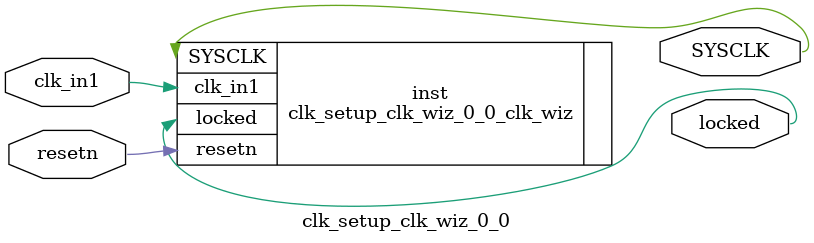
<source format=v>


`timescale 1ps/1ps

(* CORE_GENERATION_INFO = "clk_setup_clk_wiz_0_0,clk_wiz_v6_0_15_0_0,{component_name=clk_setup_clk_wiz_0_0,use_phase_alignment=true,use_min_o_jitter=false,use_max_i_jitter=false,use_dyn_phase_shift=false,use_inclk_switchover=false,use_dyn_reconfig=false,enable_axi=0,feedback_source=FDBK_AUTO,PRIMITIVE=MMCM,num_out_clk=1,clkin1_period=10.000,clkin2_period=10.000,use_power_down=false,use_reset=true,use_locked=true,use_inclk_stopped=false,feedback_type=SINGLE,CLOCK_MGR_TYPE=NA,manual_override=false}" *)

module clk_setup_clk_wiz_0_0 
 (
  // Clock out ports
  output        SYSCLK,
  // Status and control signals
  input         resetn,
  output        locked,
 // Clock in ports
  input         clk_in1
 );

  clk_setup_clk_wiz_0_0_clk_wiz inst
  (
  // Clock out ports  
  .SYSCLK(SYSCLK),
  // Status and control signals               
  .resetn(resetn), 
  .locked(locked),
 // Clock in ports
  .clk_in1(clk_in1)
  );

endmodule

</source>
